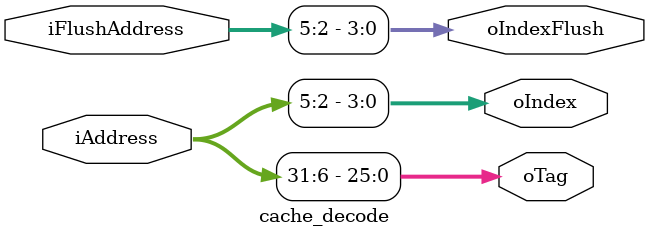
<source format=sv>
module cache_decode (
    input  logic [31:0] iAddress,
    input logic [31:0] iFlushAddress,
    output logic [3:0] oIndexFlush,
    output logic [25:0] oTag,
    output logic [3:0] oIndex
);
//////////////////////////////////////////////
////       Decodes address and flush      ////
//////////////////////////////////////////////
always_comb begin

    oTag <=iAddress[31:6];
    oIndex <= iAddress[5:2];
    oIndexFlush <= iFlushAddress[5:2];
    
end
endmodule

</source>
